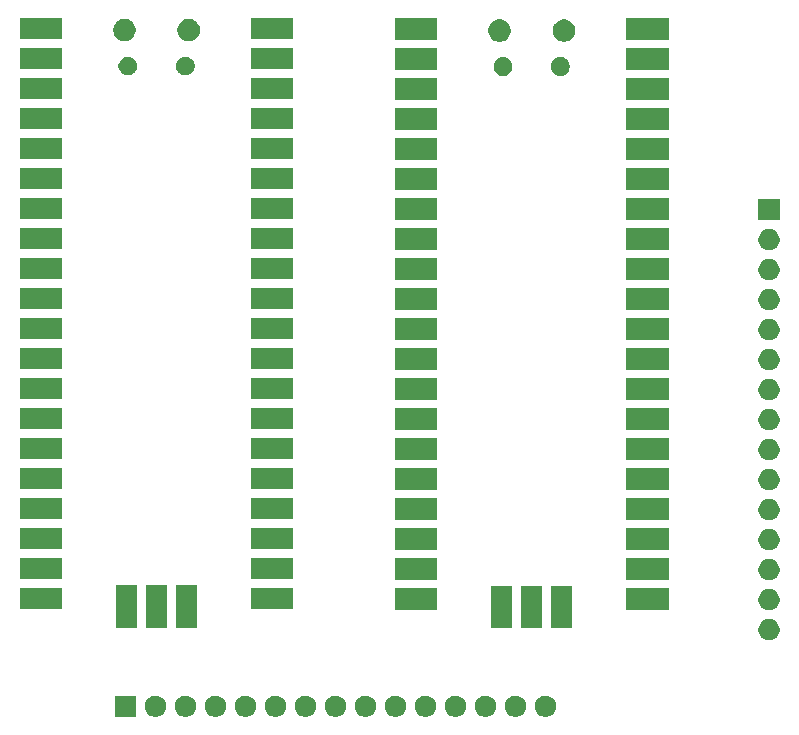
<source format=gbr>
G04 #@! TF.GenerationSoftware,KiCad,Pcbnew,5.1.5+dfsg1-2build2*
G04 #@! TF.CreationDate,2021-06-12T17:40:18+01:00*
G04 #@! TF.ProjectId,picoprobe_pcb,7069636f-7072-46f6-9265-5f7063622e6b,rev?*
G04 #@! TF.SameCoordinates,Original*
G04 #@! TF.FileFunction,Soldermask,Top*
G04 #@! TF.FilePolarity,Negative*
%FSLAX46Y46*%
G04 Gerber Fmt 4.6, Leading zero omitted, Abs format (unit mm)*
G04 Created by KiCad (PCBNEW 5.1.5+dfsg1-2build2) date 2021-06-12 17:40:18*
%MOMM*%
%LPD*%
G04 APERTURE LIST*
%ADD10C,0.100000*%
G04 APERTURE END LIST*
D10*
G36*
X-71299000Y-51301000D02*
G01*
X-73101000Y-51301000D01*
X-73101000Y-49499000D01*
X-71299000Y-49499000D01*
X-71299000Y-51301000D01*
G37*
G36*
X-39066488Y-49503927D02*
G01*
X-38917188Y-49533624D01*
X-38753216Y-49601544D01*
X-38605646Y-49700147D01*
X-38480147Y-49825646D01*
X-38381544Y-49973216D01*
X-38313624Y-50137188D01*
X-38279000Y-50311259D01*
X-38279000Y-50488741D01*
X-38313624Y-50662812D01*
X-38381544Y-50826784D01*
X-38480147Y-50974354D01*
X-38605646Y-51099853D01*
X-38753216Y-51198456D01*
X-38917188Y-51266376D01*
X-39066488Y-51296073D01*
X-39091258Y-51301000D01*
X-39268742Y-51301000D01*
X-39293512Y-51296073D01*
X-39442812Y-51266376D01*
X-39606784Y-51198456D01*
X-39754354Y-51099853D01*
X-39879853Y-50974354D01*
X-39978456Y-50826784D01*
X-40046376Y-50662812D01*
X-40081000Y-50488741D01*
X-40081000Y-50311259D01*
X-40046376Y-50137188D01*
X-39978456Y-49973216D01*
X-39879853Y-49825646D01*
X-39754354Y-49700147D01*
X-39606784Y-49601544D01*
X-39442812Y-49533624D01*
X-39293512Y-49503927D01*
X-39268742Y-49499000D01*
X-39091258Y-49499000D01*
X-39066488Y-49503927D01*
G37*
G36*
X-36526488Y-49503927D02*
G01*
X-36377188Y-49533624D01*
X-36213216Y-49601544D01*
X-36065646Y-49700147D01*
X-35940147Y-49825646D01*
X-35841544Y-49973216D01*
X-35773624Y-50137188D01*
X-35739000Y-50311259D01*
X-35739000Y-50488741D01*
X-35773624Y-50662812D01*
X-35841544Y-50826784D01*
X-35940147Y-50974354D01*
X-36065646Y-51099853D01*
X-36213216Y-51198456D01*
X-36377188Y-51266376D01*
X-36526488Y-51296073D01*
X-36551258Y-51301000D01*
X-36728742Y-51301000D01*
X-36753512Y-51296073D01*
X-36902812Y-51266376D01*
X-37066784Y-51198456D01*
X-37214354Y-51099853D01*
X-37339853Y-50974354D01*
X-37438456Y-50826784D01*
X-37506376Y-50662812D01*
X-37541000Y-50488741D01*
X-37541000Y-50311259D01*
X-37506376Y-50137188D01*
X-37438456Y-49973216D01*
X-37339853Y-49825646D01*
X-37214354Y-49700147D01*
X-37066784Y-49601544D01*
X-36902812Y-49533624D01*
X-36753512Y-49503927D01*
X-36728742Y-49499000D01*
X-36551258Y-49499000D01*
X-36526488Y-49503927D01*
G37*
G36*
X-41606488Y-49503927D02*
G01*
X-41457188Y-49533624D01*
X-41293216Y-49601544D01*
X-41145646Y-49700147D01*
X-41020147Y-49825646D01*
X-40921544Y-49973216D01*
X-40853624Y-50137188D01*
X-40819000Y-50311259D01*
X-40819000Y-50488741D01*
X-40853624Y-50662812D01*
X-40921544Y-50826784D01*
X-41020147Y-50974354D01*
X-41145646Y-51099853D01*
X-41293216Y-51198456D01*
X-41457188Y-51266376D01*
X-41606488Y-51296073D01*
X-41631258Y-51301000D01*
X-41808742Y-51301000D01*
X-41833512Y-51296073D01*
X-41982812Y-51266376D01*
X-42146784Y-51198456D01*
X-42294354Y-51099853D01*
X-42419853Y-50974354D01*
X-42518456Y-50826784D01*
X-42586376Y-50662812D01*
X-42621000Y-50488741D01*
X-42621000Y-50311259D01*
X-42586376Y-50137188D01*
X-42518456Y-49973216D01*
X-42419853Y-49825646D01*
X-42294354Y-49700147D01*
X-42146784Y-49601544D01*
X-41982812Y-49533624D01*
X-41833512Y-49503927D01*
X-41808742Y-49499000D01*
X-41631258Y-49499000D01*
X-41606488Y-49503927D01*
G37*
G36*
X-44146488Y-49503927D02*
G01*
X-43997188Y-49533624D01*
X-43833216Y-49601544D01*
X-43685646Y-49700147D01*
X-43560147Y-49825646D01*
X-43461544Y-49973216D01*
X-43393624Y-50137188D01*
X-43359000Y-50311259D01*
X-43359000Y-50488741D01*
X-43393624Y-50662812D01*
X-43461544Y-50826784D01*
X-43560147Y-50974354D01*
X-43685646Y-51099853D01*
X-43833216Y-51198456D01*
X-43997188Y-51266376D01*
X-44146488Y-51296073D01*
X-44171258Y-51301000D01*
X-44348742Y-51301000D01*
X-44373512Y-51296073D01*
X-44522812Y-51266376D01*
X-44686784Y-51198456D01*
X-44834354Y-51099853D01*
X-44959853Y-50974354D01*
X-45058456Y-50826784D01*
X-45126376Y-50662812D01*
X-45161000Y-50488741D01*
X-45161000Y-50311259D01*
X-45126376Y-50137188D01*
X-45058456Y-49973216D01*
X-44959853Y-49825646D01*
X-44834354Y-49700147D01*
X-44686784Y-49601544D01*
X-44522812Y-49533624D01*
X-44373512Y-49503927D01*
X-44348742Y-49499000D01*
X-44171258Y-49499000D01*
X-44146488Y-49503927D01*
G37*
G36*
X-46686488Y-49503927D02*
G01*
X-46537188Y-49533624D01*
X-46373216Y-49601544D01*
X-46225646Y-49700147D01*
X-46100147Y-49825646D01*
X-46001544Y-49973216D01*
X-45933624Y-50137188D01*
X-45899000Y-50311259D01*
X-45899000Y-50488741D01*
X-45933624Y-50662812D01*
X-46001544Y-50826784D01*
X-46100147Y-50974354D01*
X-46225646Y-51099853D01*
X-46373216Y-51198456D01*
X-46537188Y-51266376D01*
X-46686488Y-51296073D01*
X-46711258Y-51301000D01*
X-46888742Y-51301000D01*
X-46913512Y-51296073D01*
X-47062812Y-51266376D01*
X-47226784Y-51198456D01*
X-47374354Y-51099853D01*
X-47499853Y-50974354D01*
X-47598456Y-50826784D01*
X-47666376Y-50662812D01*
X-47701000Y-50488741D01*
X-47701000Y-50311259D01*
X-47666376Y-50137188D01*
X-47598456Y-49973216D01*
X-47499853Y-49825646D01*
X-47374354Y-49700147D01*
X-47226784Y-49601544D01*
X-47062812Y-49533624D01*
X-46913512Y-49503927D01*
X-46888742Y-49499000D01*
X-46711258Y-49499000D01*
X-46686488Y-49503927D01*
G37*
G36*
X-49226488Y-49503927D02*
G01*
X-49077188Y-49533624D01*
X-48913216Y-49601544D01*
X-48765646Y-49700147D01*
X-48640147Y-49825646D01*
X-48541544Y-49973216D01*
X-48473624Y-50137188D01*
X-48439000Y-50311259D01*
X-48439000Y-50488741D01*
X-48473624Y-50662812D01*
X-48541544Y-50826784D01*
X-48640147Y-50974354D01*
X-48765646Y-51099853D01*
X-48913216Y-51198456D01*
X-49077188Y-51266376D01*
X-49226488Y-51296073D01*
X-49251258Y-51301000D01*
X-49428742Y-51301000D01*
X-49453512Y-51296073D01*
X-49602812Y-51266376D01*
X-49766784Y-51198456D01*
X-49914354Y-51099853D01*
X-50039853Y-50974354D01*
X-50138456Y-50826784D01*
X-50206376Y-50662812D01*
X-50241000Y-50488741D01*
X-50241000Y-50311259D01*
X-50206376Y-50137188D01*
X-50138456Y-49973216D01*
X-50039853Y-49825646D01*
X-49914354Y-49700147D01*
X-49766784Y-49601544D01*
X-49602812Y-49533624D01*
X-49453512Y-49503927D01*
X-49428742Y-49499000D01*
X-49251258Y-49499000D01*
X-49226488Y-49503927D01*
G37*
G36*
X-51766488Y-49503927D02*
G01*
X-51617188Y-49533624D01*
X-51453216Y-49601544D01*
X-51305646Y-49700147D01*
X-51180147Y-49825646D01*
X-51081544Y-49973216D01*
X-51013624Y-50137188D01*
X-50979000Y-50311259D01*
X-50979000Y-50488741D01*
X-51013624Y-50662812D01*
X-51081544Y-50826784D01*
X-51180147Y-50974354D01*
X-51305646Y-51099853D01*
X-51453216Y-51198456D01*
X-51617188Y-51266376D01*
X-51766488Y-51296073D01*
X-51791258Y-51301000D01*
X-51968742Y-51301000D01*
X-51993512Y-51296073D01*
X-52142812Y-51266376D01*
X-52306784Y-51198456D01*
X-52454354Y-51099853D01*
X-52579853Y-50974354D01*
X-52678456Y-50826784D01*
X-52746376Y-50662812D01*
X-52781000Y-50488741D01*
X-52781000Y-50311259D01*
X-52746376Y-50137188D01*
X-52678456Y-49973216D01*
X-52579853Y-49825646D01*
X-52454354Y-49700147D01*
X-52306784Y-49601544D01*
X-52142812Y-49533624D01*
X-51993512Y-49503927D01*
X-51968742Y-49499000D01*
X-51791258Y-49499000D01*
X-51766488Y-49503927D01*
G37*
G36*
X-56846488Y-49503927D02*
G01*
X-56697188Y-49533624D01*
X-56533216Y-49601544D01*
X-56385646Y-49700147D01*
X-56260147Y-49825646D01*
X-56161544Y-49973216D01*
X-56093624Y-50137188D01*
X-56059000Y-50311259D01*
X-56059000Y-50488741D01*
X-56093624Y-50662812D01*
X-56161544Y-50826784D01*
X-56260147Y-50974354D01*
X-56385646Y-51099853D01*
X-56533216Y-51198456D01*
X-56697188Y-51266376D01*
X-56846488Y-51296073D01*
X-56871258Y-51301000D01*
X-57048742Y-51301000D01*
X-57073512Y-51296073D01*
X-57222812Y-51266376D01*
X-57386784Y-51198456D01*
X-57534354Y-51099853D01*
X-57659853Y-50974354D01*
X-57758456Y-50826784D01*
X-57826376Y-50662812D01*
X-57861000Y-50488741D01*
X-57861000Y-50311259D01*
X-57826376Y-50137188D01*
X-57758456Y-49973216D01*
X-57659853Y-49825646D01*
X-57534354Y-49700147D01*
X-57386784Y-49601544D01*
X-57222812Y-49533624D01*
X-57073512Y-49503927D01*
X-57048742Y-49499000D01*
X-56871258Y-49499000D01*
X-56846488Y-49503927D01*
G37*
G36*
X-54306488Y-49503927D02*
G01*
X-54157188Y-49533624D01*
X-53993216Y-49601544D01*
X-53845646Y-49700147D01*
X-53720147Y-49825646D01*
X-53621544Y-49973216D01*
X-53553624Y-50137188D01*
X-53519000Y-50311259D01*
X-53519000Y-50488741D01*
X-53553624Y-50662812D01*
X-53621544Y-50826784D01*
X-53720147Y-50974354D01*
X-53845646Y-51099853D01*
X-53993216Y-51198456D01*
X-54157188Y-51266376D01*
X-54306488Y-51296073D01*
X-54331258Y-51301000D01*
X-54508742Y-51301000D01*
X-54533512Y-51296073D01*
X-54682812Y-51266376D01*
X-54846784Y-51198456D01*
X-54994354Y-51099853D01*
X-55119853Y-50974354D01*
X-55218456Y-50826784D01*
X-55286376Y-50662812D01*
X-55321000Y-50488741D01*
X-55321000Y-50311259D01*
X-55286376Y-50137188D01*
X-55218456Y-49973216D01*
X-55119853Y-49825646D01*
X-54994354Y-49700147D01*
X-54846784Y-49601544D01*
X-54682812Y-49533624D01*
X-54533512Y-49503927D01*
X-54508742Y-49499000D01*
X-54331258Y-49499000D01*
X-54306488Y-49503927D01*
G37*
G36*
X-69546488Y-49503927D02*
G01*
X-69397188Y-49533624D01*
X-69233216Y-49601544D01*
X-69085646Y-49700147D01*
X-68960147Y-49825646D01*
X-68861544Y-49973216D01*
X-68793624Y-50137188D01*
X-68759000Y-50311259D01*
X-68759000Y-50488741D01*
X-68793624Y-50662812D01*
X-68861544Y-50826784D01*
X-68960147Y-50974354D01*
X-69085646Y-51099853D01*
X-69233216Y-51198456D01*
X-69397188Y-51266376D01*
X-69546488Y-51296073D01*
X-69571258Y-51301000D01*
X-69748742Y-51301000D01*
X-69773512Y-51296073D01*
X-69922812Y-51266376D01*
X-70086784Y-51198456D01*
X-70234354Y-51099853D01*
X-70359853Y-50974354D01*
X-70458456Y-50826784D01*
X-70526376Y-50662812D01*
X-70561000Y-50488741D01*
X-70561000Y-50311259D01*
X-70526376Y-50137188D01*
X-70458456Y-49973216D01*
X-70359853Y-49825646D01*
X-70234354Y-49700147D01*
X-70086784Y-49601544D01*
X-69922812Y-49533624D01*
X-69773512Y-49503927D01*
X-69748742Y-49499000D01*
X-69571258Y-49499000D01*
X-69546488Y-49503927D01*
G37*
G36*
X-67006488Y-49503927D02*
G01*
X-66857188Y-49533624D01*
X-66693216Y-49601544D01*
X-66545646Y-49700147D01*
X-66420147Y-49825646D01*
X-66321544Y-49973216D01*
X-66253624Y-50137188D01*
X-66219000Y-50311259D01*
X-66219000Y-50488741D01*
X-66253624Y-50662812D01*
X-66321544Y-50826784D01*
X-66420147Y-50974354D01*
X-66545646Y-51099853D01*
X-66693216Y-51198456D01*
X-66857188Y-51266376D01*
X-67006488Y-51296073D01*
X-67031258Y-51301000D01*
X-67208742Y-51301000D01*
X-67233512Y-51296073D01*
X-67382812Y-51266376D01*
X-67546784Y-51198456D01*
X-67694354Y-51099853D01*
X-67819853Y-50974354D01*
X-67918456Y-50826784D01*
X-67986376Y-50662812D01*
X-68021000Y-50488741D01*
X-68021000Y-50311259D01*
X-67986376Y-50137188D01*
X-67918456Y-49973216D01*
X-67819853Y-49825646D01*
X-67694354Y-49700147D01*
X-67546784Y-49601544D01*
X-67382812Y-49533624D01*
X-67233512Y-49503927D01*
X-67208742Y-49499000D01*
X-67031258Y-49499000D01*
X-67006488Y-49503927D01*
G37*
G36*
X-61926488Y-49503927D02*
G01*
X-61777188Y-49533624D01*
X-61613216Y-49601544D01*
X-61465646Y-49700147D01*
X-61340147Y-49825646D01*
X-61241544Y-49973216D01*
X-61173624Y-50137188D01*
X-61139000Y-50311259D01*
X-61139000Y-50488741D01*
X-61173624Y-50662812D01*
X-61241544Y-50826784D01*
X-61340147Y-50974354D01*
X-61465646Y-51099853D01*
X-61613216Y-51198456D01*
X-61777188Y-51266376D01*
X-61926488Y-51296073D01*
X-61951258Y-51301000D01*
X-62128742Y-51301000D01*
X-62153512Y-51296073D01*
X-62302812Y-51266376D01*
X-62466784Y-51198456D01*
X-62614354Y-51099853D01*
X-62739853Y-50974354D01*
X-62838456Y-50826784D01*
X-62906376Y-50662812D01*
X-62941000Y-50488741D01*
X-62941000Y-50311259D01*
X-62906376Y-50137188D01*
X-62838456Y-49973216D01*
X-62739853Y-49825646D01*
X-62614354Y-49700147D01*
X-62466784Y-49601544D01*
X-62302812Y-49533624D01*
X-62153512Y-49503927D01*
X-62128742Y-49499000D01*
X-61951258Y-49499000D01*
X-61926488Y-49503927D01*
G37*
G36*
X-59386488Y-49503927D02*
G01*
X-59237188Y-49533624D01*
X-59073216Y-49601544D01*
X-58925646Y-49700147D01*
X-58800147Y-49825646D01*
X-58701544Y-49973216D01*
X-58633624Y-50137188D01*
X-58599000Y-50311259D01*
X-58599000Y-50488741D01*
X-58633624Y-50662812D01*
X-58701544Y-50826784D01*
X-58800147Y-50974354D01*
X-58925646Y-51099853D01*
X-59073216Y-51198456D01*
X-59237188Y-51266376D01*
X-59386488Y-51296073D01*
X-59411258Y-51301000D01*
X-59588742Y-51301000D01*
X-59613512Y-51296073D01*
X-59762812Y-51266376D01*
X-59926784Y-51198456D01*
X-60074354Y-51099853D01*
X-60199853Y-50974354D01*
X-60298456Y-50826784D01*
X-60366376Y-50662812D01*
X-60401000Y-50488741D01*
X-60401000Y-50311259D01*
X-60366376Y-50137188D01*
X-60298456Y-49973216D01*
X-60199853Y-49825646D01*
X-60074354Y-49700147D01*
X-59926784Y-49601544D01*
X-59762812Y-49533624D01*
X-59613512Y-49503927D01*
X-59588742Y-49499000D01*
X-59411258Y-49499000D01*
X-59386488Y-49503927D01*
G37*
G36*
X-64466488Y-49503927D02*
G01*
X-64317188Y-49533624D01*
X-64153216Y-49601544D01*
X-64005646Y-49700147D01*
X-63880147Y-49825646D01*
X-63781544Y-49973216D01*
X-63713624Y-50137188D01*
X-63679000Y-50311259D01*
X-63679000Y-50488741D01*
X-63713624Y-50662812D01*
X-63781544Y-50826784D01*
X-63880147Y-50974354D01*
X-64005646Y-51099853D01*
X-64153216Y-51198456D01*
X-64317188Y-51266376D01*
X-64466488Y-51296073D01*
X-64491258Y-51301000D01*
X-64668742Y-51301000D01*
X-64693512Y-51296073D01*
X-64842812Y-51266376D01*
X-65006784Y-51198456D01*
X-65154354Y-51099853D01*
X-65279853Y-50974354D01*
X-65378456Y-50826784D01*
X-65446376Y-50662812D01*
X-65481000Y-50488741D01*
X-65481000Y-50311259D01*
X-65446376Y-50137188D01*
X-65378456Y-49973216D01*
X-65279853Y-49825646D01*
X-65154354Y-49700147D01*
X-65006784Y-49601544D01*
X-64842812Y-49533624D01*
X-64693512Y-49503927D01*
X-64668742Y-49499000D01*
X-64491258Y-49499000D01*
X-64466488Y-49503927D01*
G37*
G36*
X-17586488Y-43023927D02*
G01*
X-17437188Y-43053624D01*
X-17273216Y-43121544D01*
X-17125646Y-43220147D01*
X-17000147Y-43345646D01*
X-16901544Y-43493216D01*
X-16833624Y-43657188D01*
X-16799000Y-43831259D01*
X-16799000Y-44008741D01*
X-16833624Y-44182812D01*
X-16901544Y-44346784D01*
X-17000147Y-44494354D01*
X-17125646Y-44619853D01*
X-17273216Y-44718456D01*
X-17437188Y-44786376D01*
X-17586488Y-44816073D01*
X-17611258Y-44821000D01*
X-17788742Y-44821000D01*
X-17813512Y-44816073D01*
X-17962812Y-44786376D01*
X-18126784Y-44718456D01*
X-18274354Y-44619853D01*
X-18399853Y-44494354D01*
X-18498456Y-44346784D01*
X-18566376Y-44182812D01*
X-18601000Y-44008741D01*
X-18601000Y-43831259D01*
X-18566376Y-43657188D01*
X-18498456Y-43493216D01*
X-18399853Y-43345646D01*
X-18274354Y-43220147D01*
X-18126784Y-43121544D01*
X-17962812Y-43053624D01*
X-17813512Y-43023927D01*
X-17788742Y-43019000D01*
X-17611258Y-43019000D01*
X-17586488Y-43023927D01*
G37*
G36*
X-36899000Y-43801000D02*
G01*
X-38701000Y-43801000D01*
X-38701000Y-40199000D01*
X-36899000Y-40199000D01*
X-36899000Y-43801000D01*
G37*
G36*
X-39439000Y-43801000D02*
G01*
X-41241000Y-43801000D01*
X-41241000Y-40199000D01*
X-39439000Y-40199000D01*
X-39439000Y-43801000D01*
G37*
G36*
X-34359000Y-43801000D02*
G01*
X-36161000Y-43801000D01*
X-36161000Y-40199000D01*
X-34359000Y-40199000D01*
X-34359000Y-43801000D01*
G37*
G36*
X-68659000Y-43761001D02*
G01*
X-70461000Y-43761001D01*
X-70461000Y-40159001D01*
X-68659000Y-40159001D01*
X-68659000Y-43761001D01*
G37*
G36*
X-66119000Y-43761001D02*
G01*
X-67921000Y-43761001D01*
X-67921000Y-40159001D01*
X-66119000Y-40159001D01*
X-66119000Y-43761001D01*
G37*
G36*
X-71199000Y-43761001D02*
G01*
X-73001000Y-43761001D01*
X-73001000Y-40159001D01*
X-71199000Y-40159001D01*
X-71199000Y-43761001D01*
G37*
G36*
X-17586488Y-40483927D02*
G01*
X-17437188Y-40513624D01*
X-17273216Y-40581544D01*
X-17125646Y-40680147D01*
X-17000147Y-40805646D01*
X-16901544Y-40953216D01*
X-16833624Y-41117188D01*
X-16799000Y-41291259D01*
X-16799000Y-41468741D01*
X-16833624Y-41642812D01*
X-16901544Y-41806784D01*
X-17000147Y-41954354D01*
X-17125646Y-42079853D01*
X-17273216Y-42178456D01*
X-17437188Y-42246376D01*
X-17586488Y-42276073D01*
X-17611258Y-42281000D01*
X-17788742Y-42281000D01*
X-17813512Y-42276073D01*
X-17962812Y-42246376D01*
X-18126784Y-42178456D01*
X-18274354Y-42079853D01*
X-18399853Y-41954354D01*
X-18498456Y-41806784D01*
X-18566376Y-41642812D01*
X-18601000Y-41468741D01*
X-18601000Y-41291259D01*
X-18566376Y-41117188D01*
X-18498456Y-40953216D01*
X-18399853Y-40805646D01*
X-18274354Y-40680147D01*
X-18126784Y-40581544D01*
X-17962812Y-40513624D01*
X-17813512Y-40483927D01*
X-17788742Y-40479000D01*
X-17611258Y-40479000D01*
X-17586488Y-40483927D01*
G37*
G36*
X-45789000Y-42231000D02*
G01*
X-49391000Y-42231000D01*
X-49391000Y-40429000D01*
X-45789000Y-40429000D01*
X-45789000Y-42231000D01*
G37*
G36*
X-26209000Y-42231000D02*
G01*
X-29811000Y-42231000D01*
X-29811000Y-40429000D01*
X-26209000Y-40429000D01*
X-26209000Y-42231000D01*
G37*
G36*
X-57969000Y-42191001D02*
G01*
X-61571000Y-42191001D01*
X-61571000Y-40389001D01*
X-57969000Y-40389001D01*
X-57969000Y-42191001D01*
G37*
G36*
X-77549000Y-42191001D02*
G01*
X-81151000Y-42191001D01*
X-81151000Y-40389001D01*
X-77549000Y-40389001D01*
X-77549000Y-42191001D01*
G37*
G36*
X-17586488Y-37943927D02*
G01*
X-17437188Y-37973624D01*
X-17273216Y-38041544D01*
X-17125646Y-38140147D01*
X-17000147Y-38265646D01*
X-16901544Y-38413216D01*
X-16833624Y-38577188D01*
X-16799000Y-38751259D01*
X-16799000Y-38928741D01*
X-16833624Y-39102812D01*
X-16901544Y-39266784D01*
X-17000147Y-39414354D01*
X-17125646Y-39539853D01*
X-17273216Y-39638456D01*
X-17437188Y-39706376D01*
X-17586488Y-39736073D01*
X-17611258Y-39741000D01*
X-17788742Y-39741000D01*
X-17813512Y-39736073D01*
X-17962812Y-39706376D01*
X-18126784Y-39638456D01*
X-18274354Y-39539853D01*
X-18399853Y-39414354D01*
X-18498456Y-39266784D01*
X-18566376Y-39102812D01*
X-18601000Y-38928741D01*
X-18601000Y-38751259D01*
X-18566376Y-38577188D01*
X-18498456Y-38413216D01*
X-18399853Y-38265646D01*
X-18274354Y-38140147D01*
X-18126784Y-38041544D01*
X-17962812Y-37973624D01*
X-17813512Y-37943927D01*
X-17788742Y-37939000D01*
X-17611258Y-37939000D01*
X-17586488Y-37943927D01*
G37*
G36*
X-26209000Y-39691000D02*
G01*
X-29811000Y-39691000D01*
X-29811000Y-37889000D01*
X-26209000Y-37889000D01*
X-26209000Y-39691000D01*
G37*
G36*
X-45789000Y-39691000D02*
G01*
X-49391000Y-39691000D01*
X-49391000Y-37889000D01*
X-45789000Y-37889000D01*
X-45789000Y-39691000D01*
G37*
G36*
X-77549000Y-39651001D02*
G01*
X-81151000Y-39651001D01*
X-81151000Y-37849001D01*
X-77549000Y-37849001D01*
X-77549000Y-39651001D01*
G37*
G36*
X-57969000Y-39651001D02*
G01*
X-61571000Y-39651001D01*
X-61571000Y-37849001D01*
X-57969000Y-37849001D01*
X-57969000Y-39651001D01*
G37*
G36*
X-17586488Y-35403927D02*
G01*
X-17437188Y-35433624D01*
X-17273216Y-35501544D01*
X-17125646Y-35600147D01*
X-17000147Y-35725646D01*
X-16901544Y-35873216D01*
X-16833624Y-36037188D01*
X-16799000Y-36211259D01*
X-16799000Y-36388741D01*
X-16833624Y-36562812D01*
X-16901544Y-36726784D01*
X-17000147Y-36874354D01*
X-17125646Y-36999853D01*
X-17273216Y-37098456D01*
X-17437188Y-37166376D01*
X-17586488Y-37196073D01*
X-17611258Y-37201000D01*
X-17788742Y-37201000D01*
X-17813512Y-37196073D01*
X-17962812Y-37166376D01*
X-18126784Y-37098456D01*
X-18274354Y-36999853D01*
X-18399853Y-36874354D01*
X-18498456Y-36726784D01*
X-18566376Y-36562812D01*
X-18601000Y-36388741D01*
X-18601000Y-36211259D01*
X-18566376Y-36037188D01*
X-18498456Y-35873216D01*
X-18399853Y-35725646D01*
X-18274354Y-35600147D01*
X-18126784Y-35501544D01*
X-17962812Y-35433624D01*
X-17813512Y-35403927D01*
X-17788742Y-35399000D01*
X-17611258Y-35399000D01*
X-17586488Y-35403927D01*
G37*
G36*
X-45789000Y-37151000D02*
G01*
X-49391000Y-37151000D01*
X-49391000Y-35349000D01*
X-45789000Y-35349000D01*
X-45789000Y-37151000D01*
G37*
G36*
X-26209000Y-37151000D02*
G01*
X-29811000Y-37151000D01*
X-29811000Y-35349000D01*
X-26209000Y-35349000D01*
X-26209000Y-37151000D01*
G37*
G36*
X-77549000Y-37111001D02*
G01*
X-81151000Y-37111001D01*
X-81151000Y-35309001D01*
X-77549000Y-35309001D01*
X-77549000Y-37111001D01*
G37*
G36*
X-57969000Y-37111001D02*
G01*
X-61571000Y-37111001D01*
X-61571000Y-35309001D01*
X-57969000Y-35309001D01*
X-57969000Y-37111001D01*
G37*
G36*
X-17586488Y-32863927D02*
G01*
X-17437188Y-32893624D01*
X-17273216Y-32961544D01*
X-17125646Y-33060147D01*
X-17000147Y-33185646D01*
X-16901544Y-33333216D01*
X-16833624Y-33497188D01*
X-16799000Y-33671259D01*
X-16799000Y-33848741D01*
X-16833624Y-34022812D01*
X-16901544Y-34186784D01*
X-17000147Y-34334354D01*
X-17125646Y-34459853D01*
X-17273216Y-34558456D01*
X-17437188Y-34626376D01*
X-17586488Y-34656073D01*
X-17611258Y-34661000D01*
X-17788742Y-34661000D01*
X-17813512Y-34656073D01*
X-17962812Y-34626376D01*
X-18126784Y-34558456D01*
X-18274354Y-34459853D01*
X-18399853Y-34334354D01*
X-18498456Y-34186784D01*
X-18566376Y-34022812D01*
X-18601000Y-33848741D01*
X-18601000Y-33671259D01*
X-18566376Y-33497188D01*
X-18498456Y-33333216D01*
X-18399853Y-33185646D01*
X-18274354Y-33060147D01*
X-18126784Y-32961544D01*
X-17962812Y-32893624D01*
X-17813512Y-32863927D01*
X-17788742Y-32859000D01*
X-17611258Y-32859000D01*
X-17586488Y-32863927D01*
G37*
G36*
X-26209000Y-34611000D02*
G01*
X-29811000Y-34611000D01*
X-29811000Y-32809000D01*
X-26209000Y-32809000D01*
X-26209000Y-34611000D01*
G37*
G36*
X-45789000Y-34611000D02*
G01*
X-49391000Y-34611000D01*
X-49391000Y-32809000D01*
X-45789000Y-32809000D01*
X-45789000Y-34611000D01*
G37*
G36*
X-77549000Y-34571001D02*
G01*
X-81151000Y-34571001D01*
X-81151000Y-32769001D01*
X-77549000Y-32769001D01*
X-77549000Y-34571001D01*
G37*
G36*
X-57969000Y-34571001D02*
G01*
X-61571000Y-34571001D01*
X-61571000Y-32769001D01*
X-57969000Y-32769001D01*
X-57969000Y-34571001D01*
G37*
G36*
X-17586488Y-30323927D02*
G01*
X-17437188Y-30353624D01*
X-17273216Y-30421544D01*
X-17125646Y-30520147D01*
X-17000147Y-30645646D01*
X-16901544Y-30793216D01*
X-16833624Y-30957188D01*
X-16799000Y-31131259D01*
X-16799000Y-31308741D01*
X-16833624Y-31482812D01*
X-16901544Y-31646784D01*
X-17000147Y-31794354D01*
X-17125646Y-31919853D01*
X-17273216Y-32018456D01*
X-17437188Y-32086376D01*
X-17586488Y-32116073D01*
X-17611258Y-32121000D01*
X-17788742Y-32121000D01*
X-17813512Y-32116073D01*
X-17962812Y-32086376D01*
X-18126784Y-32018456D01*
X-18274354Y-31919853D01*
X-18399853Y-31794354D01*
X-18498456Y-31646784D01*
X-18566376Y-31482812D01*
X-18601000Y-31308741D01*
X-18601000Y-31131259D01*
X-18566376Y-30957188D01*
X-18498456Y-30793216D01*
X-18399853Y-30645646D01*
X-18274354Y-30520147D01*
X-18126784Y-30421544D01*
X-17962812Y-30353624D01*
X-17813512Y-30323927D01*
X-17788742Y-30319000D01*
X-17611258Y-30319000D01*
X-17586488Y-30323927D01*
G37*
G36*
X-45789000Y-32071000D02*
G01*
X-49391000Y-32071000D01*
X-49391000Y-30269000D01*
X-45789000Y-30269000D01*
X-45789000Y-32071000D01*
G37*
G36*
X-26209000Y-32071000D02*
G01*
X-29811000Y-32071000D01*
X-29811000Y-30269000D01*
X-26209000Y-30269000D01*
X-26209000Y-32071000D01*
G37*
G36*
X-57969000Y-32031001D02*
G01*
X-61571000Y-32031001D01*
X-61571000Y-30229001D01*
X-57969000Y-30229001D01*
X-57969000Y-32031001D01*
G37*
G36*
X-77549000Y-32031001D02*
G01*
X-81151000Y-32031001D01*
X-81151000Y-30229001D01*
X-77549000Y-30229001D01*
X-77549000Y-32031001D01*
G37*
G36*
X-17586488Y-27783927D02*
G01*
X-17437188Y-27813624D01*
X-17273216Y-27881544D01*
X-17125646Y-27980147D01*
X-17000147Y-28105646D01*
X-16901544Y-28253216D01*
X-16833624Y-28417188D01*
X-16799000Y-28591259D01*
X-16799000Y-28768741D01*
X-16833624Y-28942812D01*
X-16901544Y-29106784D01*
X-17000147Y-29254354D01*
X-17125646Y-29379853D01*
X-17273216Y-29478456D01*
X-17437188Y-29546376D01*
X-17586488Y-29576073D01*
X-17611258Y-29581000D01*
X-17788742Y-29581000D01*
X-17813512Y-29576073D01*
X-17962812Y-29546376D01*
X-18126784Y-29478456D01*
X-18274354Y-29379853D01*
X-18399853Y-29254354D01*
X-18498456Y-29106784D01*
X-18566376Y-28942812D01*
X-18601000Y-28768741D01*
X-18601000Y-28591259D01*
X-18566376Y-28417188D01*
X-18498456Y-28253216D01*
X-18399853Y-28105646D01*
X-18274354Y-27980147D01*
X-18126784Y-27881544D01*
X-17962812Y-27813624D01*
X-17813512Y-27783927D01*
X-17788742Y-27779000D01*
X-17611258Y-27779000D01*
X-17586488Y-27783927D01*
G37*
G36*
X-45789000Y-29531000D02*
G01*
X-49391000Y-29531000D01*
X-49391000Y-27729000D01*
X-45789000Y-27729000D01*
X-45789000Y-29531000D01*
G37*
G36*
X-26209000Y-29531000D02*
G01*
X-29811000Y-29531000D01*
X-29811000Y-27729000D01*
X-26209000Y-27729000D01*
X-26209000Y-29531000D01*
G37*
G36*
X-77549000Y-29491001D02*
G01*
X-81151000Y-29491001D01*
X-81151000Y-27689001D01*
X-77549000Y-27689001D01*
X-77549000Y-29491001D01*
G37*
G36*
X-57969000Y-29491001D02*
G01*
X-61571000Y-29491001D01*
X-61571000Y-27689001D01*
X-57969000Y-27689001D01*
X-57969000Y-29491001D01*
G37*
G36*
X-17586488Y-25243927D02*
G01*
X-17437188Y-25273624D01*
X-17273216Y-25341544D01*
X-17125646Y-25440147D01*
X-17000147Y-25565646D01*
X-16901544Y-25713216D01*
X-16833624Y-25877188D01*
X-16799000Y-26051259D01*
X-16799000Y-26228741D01*
X-16833624Y-26402812D01*
X-16901544Y-26566784D01*
X-17000147Y-26714354D01*
X-17125646Y-26839853D01*
X-17273216Y-26938456D01*
X-17437188Y-27006376D01*
X-17586488Y-27036073D01*
X-17611258Y-27041000D01*
X-17788742Y-27041000D01*
X-17813512Y-27036073D01*
X-17962812Y-27006376D01*
X-18126784Y-26938456D01*
X-18274354Y-26839853D01*
X-18399853Y-26714354D01*
X-18498456Y-26566784D01*
X-18566376Y-26402812D01*
X-18601000Y-26228741D01*
X-18601000Y-26051259D01*
X-18566376Y-25877188D01*
X-18498456Y-25713216D01*
X-18399853Y-25565646D01*
X-18274354Y-25440147D01*
X-18126784Y-25341544D01*
X-17962812Y-25273624D01*
X-17813512Y-25243927D01*
X-17788742Y-25239000D01*
X-17611258Y-25239000D01*
X-17586488Y-25243927D01*
G37*
G36*
X-45789000Y-26991000D02*
G01*
X-49391000Y-26991000D01*
X-49391000Y-25189000D01*
X-45789000Y-25189000D01*
X-45789000Y-26991000D01*
G37*
G36*
X-26209000Y-26991000D02*
G01*
X-29811000Y-26991000D01*
X-29811000Y-25189000D01*
X-26209000Y-25189000D01*
X-26209000Y-26991000D01*
G37*
G36*
X-77549000Y-26951001D02*
G01*
X-81151000Y-26951001D01*
X-81151000Y-25149001D01*
X-77549000Y-25149001D01*
X-77549000Y-26951001D01*
G37*
G36*
X-57969000Y-26951001D02*
G01*
X-61571000Y-26951001D01*
X-61571000Y-25149001D01*
X-57969000Y-25149001D01*
X-57969000Y-26951001D01*
G37*
G36*
X-17586488Y-22703927D02*
G01*
X-17437188Y-22733624D01*
X-17273216Y-22801544D01*
X-17125646Y-22900147D01*
X-17000147Y-23025646D01*
X-16901544Y-23173216D01*
X-16833624Y-23337188D01*
X-16799000Y-23511259D01*
X-16799000Y-23688741D01*
X-16833624Y-23862812D01*
X-16901544Y-24026784D01*
X-17000147Y-24174354D01*
X-17125646Y-24299853D01*
X-17273216Y-24398456D01*
X-17437188Y-24466376D01*
X-17586488Y-24496073D01*
X-17611258Y-24501000D01*
X-17788742Y-24501000D01*
X-17813512Y-24496073D01*
X-17962812Y-24466376D01*
X-18126784Y-24398456D01*
X-18274354Y-24299853D01*
X-18399853Y-24174354D01*
X-18498456Y-24026784D01*
X-18566376Y-23862812D01*
X-18601000Y-23688741D01*
X-18601000Y-23511259D01*
X-18566376Y-23337188D01*
X-18498456Y-23173216D01*
X-18399853Y-23025646D01*
X-18274354Y-22900147D01*
X-18126784Y-22801544D01*
X-17962812Y-22733624D01*
X-17813512Y-22703927D01*
X-17788742Y-22699000D01*
X-17611258Y-22699000D01*
X-17586488Y-22703927D01*
G37*
G36*
X-26209000Y-24451000D02*
G01*
X-29811000Y-24451000D01*
X-29811000Y-22649000D01*
X-26209000Y-22649000D01*
X-26209000Y-24451000D01*
G37*
G36*
X-45789000Y-24451000D02*
G01*
X-49391000Y-24451000D01*
X-49391000Y-22649000D01*
X-45789000Y-22649000D01*
X-45789000Y-24451000D01*
G37*
G36*
X-57969000Y-24411001D02*
G01*
X-61571000Y-24411001D01*
X-61571000Y-22609001D01*
X-57969000Y-22609001D01*
X-57969000Y-24411001D01*
G37*
G36*
X-77549000Y-24411001D02*
G01*
X-81151000Y-24411001D01*
X-81151000Y-22609001D01*
X-77549000Y-22609001D01*
X-77549000Y-24411001D01*
G37*
G36*
X-17586488Y-20163927D02*
G01*
X-17437188Y-20193624D01*
X-17273216Y-20261544D01*
X-17125646Y-20360147D01*
X-17000147Y-20485646D01*
X-16901544Y-20633216D01*
X-16833624Y-20797188D01*
X-16799000Y-20971259D01*
X-16799000Y-21148741D01*
X-16833624Y-21322812D01*
X-16901544Y-21486784D01*
X-17000147Y-21634354D01*
X-17125646Y-21759853D01*
X-17273216Y-21858456D01*
X-17437188Y-21926376D01*
X-17586488Y-21956073D01*
X-17611258Y-21961000D01*
X-17788742Y-21961000D01*
X-17813512Y-21956073D01*
X-17962812Y-21926376D01*
X-18126784Y-21858456D01*
X-18274354Y-21759853D01*
X-18399853Y-21634354D01*
X-18498456Y-21486784D01*
X-18566376Y-21322812D01*
X-18601000Y-21148741D01*
X-18601000Y-20971259D01*
X-18566376Y-20797188D01*
X-18498456Y-20633216D01*
X-18399853Y-20485646D01*
X-18274354Y-20360147D01*
X-18126784Y-20261544D01*
X-17962812Y-20193624D01*
X-17813512Y-20163927D01*
X-17788742Y-20159000D01*
X-17611258Y-20159000D01*
X-17586488Y-20163927D01*
G37*
G36*
X-26209000Y-21911000D02*
G01*
X-29811000Y-21911000D01*
X-29811000Y-20109000D01*
X-26209000Y-20109000D01*
X-26209000Y-21911000D01*
G37*
G36*
X-45789000Y-21911000D02*
G01*
X-49391000Y-21911000D01*
X-49391000Y-20109000D01*
X-45789000Y-20109000D01*
X-45789000Y-21911000D01*
G37*
G36*
X-57969000Y-21871001D02*
G01*
X-61571000Y-21871001D01*
X-61571000Y-20069001D01*
X-57969000Y-20069001D01*
X-57969000Y-21871001D01*
G37*
G36*
X-77549000Y-21871001D02*
G01*
X-81151000Y-21871001D01*
X-81151000Y-20069001D01*
X-77549000Y-20069001D01*
X-77549000Y-21871001D01*
G37*
G36*
X-17586488Y-17623927D02*
G01*
X-17437188Y-17653624D01*
X-17273216Y-17721544D01*
X-17125646Y-17820147D01*
X-17000147Y-17945646D01*
X-16901544Y-18093216D01*
X-16833624Y-18257188D01*
X-16799000Y-18431259D01*
X-16799000Y-18608741D01*
X-16833624Y-18782812D01*
X-16901544Y-18946784D01*
X-17000147Y-19094354D01*
X-17125646Y-19219853D01*
X-17273216Y-19318456D01*
X-17437188Y-19386376D01*
X-17586488Y-19416073D01*
X-17611258Y-19421000D01*
X-17788742Y-19421000D01*
X-17813512Y-19416073D01*
X-17962812Y-19386376D01*
X-18126784Y-19318456D01*
X-18274354Y-19219853D01*
X-18399853Y-19094354D01*
X-18498456Y-18946784D01*
X-18566376Y-18782812D01*
X-18601000Y-18608741D01*
X-18601000Y-18431259D01*
X-18566376Y-18257188D01*
X-18498456Y-18093216D01*
X-18399853Y-17945646D01*
X-18274354Y-17820147D01*
X-18126784Y-17721544D01*
X-17962812Y-17653624D01*
X-17813512Y-17623927D01*
X-17788742Y-17619000D01*
X-17611258Y-17619000D01*
X-17586488Y-17623927D01*
G37*
G36*
X-26209000Y-19371000D02*
G01*
X-29811000Y-19371000D01*
X-29811000Y-17569000D01*
X-26209000Y-17569000D01*
X-26209000Y-19371000D01*
G37*
G36*
X-45789000Y-19371000D02*
G01*
X-49391000Y-19371000D01*
X-49391000Y-17569000D01*
X-45789000Y-17569000D01*
X-45789000Y-19371000D01*
G37*
G36*
X-57969000Y-19331001D02*
G01*
X-61571000Y-19331001D01*
X-61571000Y-17529001D01*
X-57969000Y-17529001D01*
X-57969000Y-19331001D01*
G37*
G36*
X-77549000Y-19331001D02*
G01*
X-81151000Y-19331001D01*
X-81151000Y-17529001D01*
X-77549000Y-17529001D01*
X-77549000Y-19331001D01*
G37*
G36*
X-17586488Y-15083927D02*
G01*
X-17437188Y-15113624D01*
X-17273216Y-15181544D01*
X-17125646Y-15280147D01*
X-17000147Y-15405646D01*
X-16901544Y-15553216D01*
X-16833624Y-15717188D01*
X-16799000Y-15891259D01*
X-16799000Y-16068741D01*
X-16833624Y-16242812D01*
X-16901544Y-16406784D01*
X-17000147Y-16554354D01*
X-17125646Y-16679853D01*
X-17273216Y-16778456D01*
X-17437188Y-16846376D01*
X-17586488Y-16876073D01*
X-17611258Y-16881000D01*
X-17788742Y-16881000D01*
X-17813512Y-16876073D01*
X-17962812Y-16846376D01*
X-18126784Y-16778456D01*
X-18274354Y-16679853D01*
X-18399853Y-16554354D01*
X-18498456Y-16406784D01*
X-18566376Y-16242812D01*
X-18601000Y-16068741D01*
X-18601000Y-15891259D01*
X-18566376Y-15717188D01*
X-18498456Y-15553216D01*
X-18399853Y-15405646D01*
X-18274354Y-15280147D01*
X-18126784Y-15181544D01*
X-17962812Y-15113624D01*
X-17813512Y-15083927D01*
X-17788742Y-15079000D01*
X-17611258Y-15079000D01*
X-17586488Y-15083927D01*
G37*
G36*
X-45789000Y-16831000D02*
G01*
X-49391000Y-16831000D01*
X-49391000Y-15029000D01*
X-45789000Y-15029000D01*
X-45789000Y-16831000D01*
G37*
G36*
X-26209000Y-16831000D02*
G01*
X-29811000Y-16831000D01*
X-29811000Y-15029000D01*
X-26209000Y-15029000D01*
X-26209000Y-16831000D01*
G37*
G36*
X-57969000Y-16791001D02*
G01*
X-61571000Y-16791001D01*
X-61571000Y-14989001D01*
X-57969000Y-14989001D01*
X-57969000Y-16791001D01*
G37*
G36*
X-77549000Y-16791001D02*
G01*
X-81151000Y-16791001D01*
X-81151000Y-14989001D01*
X-77549000Y-14989001D01*
X-77549000Y-16791001D01*
G37*
G36*
X-17586488Y-12543927D02*
G01*
X-17437188Y-12573624D01*
X-17273216Y-12641544D01*
X-17125646Y-12740147D01*
X-17000147Y-12865646D01*
X-16901544Y-13013216D01*
X-16833624Y-13177188D01*
X-16799000Y-13351259D01*
X-16799000Y-13528741D01*
X-16833624Y-13702812D01*
X-16901544Y-13866784D01*
X-17000147Y-14014354D01*
X-17125646Y-14139853D01*
X-17273216Y-14238456D01*
X-17437188Y-14306376D01*
X-17586488Y-14336073D01*
X-17611258Y-14341000D01*
X-17788742Y-14341000D01*
X-17813512Y-14336073D01*
X-17962812Y-14306376D01*
X-18126784Y-14238456D01*
X-18274354Y-14139853D01*
X-18399853Y-14014354D01*
X-18498456Y-13866784D01*
X-18566376Y-13702812D01*
X-18601000Y-13528741D01*
X-18601000Y-13351259D01*
X-18566376Y-13177188D01*
X-18498456Y-13013216D01*
X-18399853Y-12865646D01*
X-18274354Y-12740147D01*
X-18126784Y-12641544D01*
X-17962812Y-12573624D01*
X-17813512Y-12543927D01*
X-17788742Y-12539000D01*
X-17611258Y-12539000D01*
X-17586488Y-12543927D01*
G37*
G36*
X-26209000Y-14291000D02*
G01*
X-29811000Y-14291000D01*
X-29811000Y-12489000D01*
X-26209000Y-12489000D01*
X-26209000Y-14291000D01*
G37*
G36*
X-45789000Y-14291000D02*
G01*
X-49391000Y-14291000D01*
X-49391000Y-12489000D01*
X-45789000Y-12489000D01*
X-45789000Y-14291000D01*
G37*
G36*
X-77549000Y-14251001D02*
G01*
X-81151000Y-14251001D01*
X-81151000Y-12449001D01*
X-77549000Y-12449001D01*
X-77549000Y-14251001D01*
G37*
G36*
X-57969000Y-14251001D02*
G01*
X-61571000Y-14251001D01*
X-61571000Y-12449001D01*
X-57969000Y-12449001D01*
X-57969000Y-14251001D01*
G37*
G36*
X-17586488Y-10003927D02*
G01*
X-17437188Y-10033624D01*
X-17273216Y-10101544D01*
X-17125646Y-10200147D01*
X-17000147Y-10325646D01*
X-16901544Y-10473216D01*
X-16833624Y-10637188D01*
X-16799000Y-10811259D01*
X-16799000Y-10988741D01*
X-16833624Y-11162812D01*
X-16901544Y-11326784D01*
X-17000147Y-11474354D01*
X-17125646Y-11599853D01*
X-17273216Y-11698456D01*
X-17437188Y-11766376D01*
X-17586488Y-11796073D01*
X-17611258Y-11801000D01*
X-17788742Y-11801000D01*
X-17813512Y-11796073D01*
X-17962812Y-11766376D01*
X-18126784Y-11698456D01*
X-18274354Y-11599853D01*
X-18399853Y-11474354D01*
X-18498456Y-11326784D01*
X-18566376Y-11162812D01*
X-18601000Y-10988741D01*
X-18601000Y-10811259D01*
X-18566376Y-10637188D01*
X-18498456Y-10473216D01*
X-18399853Y-10325646D01*
X-18274354Y-10200147D01*
X-18126784Y-10101544D01*
X-17962812Y-10033624D01*
X-17813512Y-10003927D01*
X-17788742Y-9999000D01*
X-17611258Y-9999000D01*
X-17586488Y-10003927D01*
G37*
G36*
X-26209000Y-11751000D02*
G01*
X-29811000Y-11751000D01*
X-29811000Y-9949000D01*
X-26209000Y-9949000D01*
X-26209000Y-11751000D01*
G37*
G36*
X-45789000Y-11751000D02*
G01*
X-49391000Y-11751000D01*
X-49391000Y-9949000D01*
X-45789000Y-9949000D01*
X-45789000Y-11751000D01*
G37*
G36*
X-57969000Y-11711001D02*
G01*
X-61571000Y-11711001D01*
X-61571000Y-9909001D01*
X-57969000Y-9909001D01*
X-57969000Y-11711001D01*
G37*
G36*
X-77549000Y-11711001D02*
G01*
X-81151000Y-11711001D01*
X-81151000Y-9909001D01*
X-77549000Y-9909001D01*
X-77549000Y-11711001D01*
G37*
G36*
X-16799000Y-9261000D02*
G01*
X-18601000Y-9261000D01*
X-18601000Y-7459000D01*
X-16799000Y-7459000D01*
X-16799000Y-9261000D01*
G37*
G36*
X-26209000Y-9211000D02*
G01*
X-29811000Y-9211000D01*
X-29811000Y-7409000D01*
X-26209000Y-7409000D01*
X-26209000Y-9211000D01*
G37*
G36*
X-45789000Y-9211000D02*
G01*
X-49391000Y-9211000D01*
X-49391000Y-7409000D01*
X-45789000Y-7409000D01*
X-45789000Y-9211000D01*
G37*
G36*
X-77549000Y-9171001D02*
G01*
X-81151000Y-9171001D01*
X-81151000Y-7369001D01*
X-77549000Y-7369001D01*
X-77549000Y-9171001D01*
G37*
G36*
X-57969000Y-9171001D02*
G01*
X-61571000Y-9171001D01*
X-61571000Y-7369001D01*
X-57969000Y-7369001D01*
X-57969000Y-9171001D01*
G37*
G36*
X-45789000Y-6671000D02*
G01*
X-49391000Y-6671000D01*
X-49391000Y-4869000D01*
X-45789000Y-4869000D01*
X-45789000Y-6671000D01*
G37*
G36*
X-26209000Y-6671000D02*
G01*
X-29811000Y-6671000D01*
X-29811000Y-4869000D01*
X-26209000Y-4869000D01*
X-26209000Y-6671000D01*
G37*
G36*
X-57969000Y-6631001D02*
G01*
X-61571000Y-6631001D01*
X-61571000Y-4829001D01*
X-57969000Y-4829001D01*
X-57969000Y-6631001D01*
G37*
G36*
X-77549000Y-6631001D02*
G01*
X-81151000Y-6631001D01*
X-81151000Y-4829001D01*
X-77549000Y-4829001D01*
X-77549000Y-6631001D01*
G37*
G36*
X-45789000Y-4131000D02*
G01*
X-49391000Y-4131000D01*
X-49391000Y-2329000D01*
X-45789000Y-2329000D01*
X-45789000Y-4131000D01*
G37*
G36*
X-26209000Y-4131000D02*
G01*
X-29811000Y-4131000D01*
X-29811000Y-2329000D01*
X-26209000Y-2329000D01*
X-26209000Y-4131000D01*
G37*
G36*
X-77549000Y-4091001D02*
G01*
X-81151000Y-4091001D01*
X-81151000Y-2289001D01*
X-77549000Y-2289001D01*
X-77549000Y-4091001D01*
G37*
G36*
X-57969000Y-4091001D02*
G01*
X-61571000Y-4091001D01*
X-61571000Y-2289001D01*
X-57969000Y-2289001D01*
X-57969000Y-4091001D01*
G37*
G36*
X-26209000Y-1591000D02*
G01*
X-29811000Y-1591000D01*
X-29811000Y211000D01*
X-26209000Y211000D01*
X-26209000Y-1591000D01*
G37*
G36*
X-45789000Y-1591000D02*
G01*
X-49391000Y-1591000D01*
X-49391000Y211000D01*
X-45789000Y211000D01*
X-45789000Y-1591000D01*
G37*
G36*
X-77549000Y-1551001D02*
G01*
X-81151000Y-1551001D01*
X-81151000Y250999D01*
X-77549000Y250999D01*
X-77549000Y-1551001D01*
G37*
G36*
X-57969000Y-1551001D02*
G01*
X-61571000Y-1551001D01*
X-61571000Y250999D01*
X-57969000Y250999D01*
X-57969000Y-1551001D01*
G37*
G36*
X-26209000Y949000D02*
G01*
X-29811000Y949000D01*
X-29811000Y2751000D01*
X-26209000Y2751000D01*
X-26209000Y949000D01*
G37*
G36*
X-45789000Y949000D02*
G01*
X-49391000Y949000D01*
X-49391000Y2751000D01*
X-45789000Y2751000D01*
X-45789000Y949000D01*
G37*
G36*
X-77549000Y988999D02*
G01*
X-81151000Y988999D01*
X-81151000Y2790999D01*
X-77549000Y2790999D01*
X-77549000Y988999D01*
G37*
G36*
X-57969000Y988999D02*
G01*
X-61571000Y988999D01*
X-61571000Y2790999D01*
X-57969000Y2790999D01*
X-57969000Y988999D01*
G37*
G36*
X-35141358Y4540219D02*
G01*
X-34995586Y4479838D01*
X-34995584Y4479837D01*
X-34864392Y4392178D01*
X-34752822Y4280608D01*
X-34691888Y4189413D01*
X-34665162Y4149414D01*
X-34604781Y4003642D01*
X-34574000Y3848893D01*
X-34574000Y3691107D01*
X-34604781Y3536358D01*
X-34648594Y3430585D01*
X-34665163Y3390584D01*
X-34752822Y3259392D01*
X-34864392Y3147822D01*
X-34995584Y3060163D01*
X-34995585Y3060162D01*
X-34995586Y3060162D01*
X-35141358Y2999781D01*
X-35296107Y2969000D01*
X-35453893Y2969000D01*
X-35608642Y2999781D01*
X-35754414Y3060162D01*
X-35754415Y3060162D01*
X-35754416Y3060163D01*
X-35885608Y3147822D01*
X-35997178Y3259392D01*
X-36084837Y3390584D01*
X-36101406Y3430585D01*
X-36145219Y3536358D01*
X-36176000Y3691107D01*
X-36176000Y3848893D01*
X-36145219Y4003642D01*
X-36084838Y4149414D01*
X-36058112Y4189413D01*
X-35997178Y4280608D01*
X-35885608Y4392178D01*
X-35754416Y4479837D01*
X-35754414Y4479838D01*
X-35608642Y4540219D01*
X-35453893Y4571000D01*
X-35296107Y4571000D01*
X-35141358Y4540219D01*
G37*
G36*
X-39991358Y4540219D02*
G01*
X-39845586Y4479838D01*
X-39845584Y4479837D01*
X-39714392Y4392178D01*
X-39602822Y4280608D01*
X-39541888Y4189413D01*
X-39515162Y4149414D01*
X-39454781Y4003642D01*
X-39424000Y3848893D01*
X-39424000Y3691107D01*
X-39454781Y3536358D01*
X-39498594Y3430585D01*
X-39515163Y3390584D01*
X-39602822Y3259392D01*
X-39714392Y3147822D01*
X-39845584Y3060163D01*
X-39845585Y3060162D01*
X-39845586Y3060162D01*
X-39991358Y2999781D01*
X-40146107Y2969000D01*
X-40303893Y2969000D01*
X-40458642Y2999781D01*
X-40604414Y3060162D01*
X-40604415Y3060162D01*
X-40604416Y3060163D01*
X-40735608Y3147822D01*
X-40847178Y3259392D01*
X-40934837Y3390584D01*
X-40951406Y3430585D01*
X-40995219Y3536358D01*
X-41026000Y3691107D01*
X-41026000Y3848893D01*
X-40995219Y4003642D01*
X-40934838Y4149414D01*
X-40908112Y4189413D01*
X-40847178Y4280608D01*
X-40735608Y4392178D01*
X-40604416Y4479837D01*
X-40604414Y4479838D01*
X-40458642Y4540219D01*
X-40303893Y4571000D01*
X-40146107Y4571000D01*
X-39991358Y4540219D01*
G37*
G36*
X-66901358Y4580218D02*
G01*
X-66755586Y4519837D01*
X-66755584Y4519836D01*
X-66624392Y4432177D01*
X-66512822Y4320607D01*
X-66425163Y4189415D01*
X-66425162Y4189413D01*
X-66364781Y4043641D01*
X-66334000Y3888892D01*
X-66334000Y3731106D01*
X-66364781Y3576357D01*
X-66386624Y3523624D01*
X-66425163Y3430583D01*
X-66512822Y3299391D01*
X-66624392Y3187821D01*
X-66755584Y3100162D01*
X-66755585Y3100161D01*
X-66755586Y3100161D01*
X-66901358Y3039780D01*
X-67056107Y3008999D01*
X-67213893Y3008999D01*
X-67368642Y3039780D01*
X-67514414Y3100161D01*
X-67514415Y3100161D01*
X-67514416Y3100162D01*
X-67645608Y3187821D01*
X-67757178Y3299391D01*
X-67844837Y3430583D01*
X-67883376Y3523624D01*
X-67905219Y3576357D01*
X-67936000Y3731106D01*
X-67936000Y3888892D01*
X-67905219Y4043641D01*
X-67844838Y4189413D01*
X-67844837Y4189415D01*
X-67757178Y4320607D01*
X-67645608Y4432177D01*
X-67514416Y4519836D01*
X-67514414Y4519837D01*
X-67368642Y4580218D01*
X-67213893Y4610999D01*
X-67056107Y4610999D01*
X-66901358Y4580218D01*
G37*
G36*
X-71751358Y4580218D02*
G01*
X-71605586Y4519837D01*
X-71605584Y4519836D01*
X-71474392Y4432177D01*
X-71362822Y4320607D01*
X-71275163Y4189415D01*
X-71275162Y4189413D01*
X-71214781Y4043641D01*
X-71184000Y3888892D01*
X-71184000Y3731106D01*
X-71214781Y3576357D01*
X-71236624Y3523624D01*
X-71275163Y3430583D01*
X-71362822Y3299391D01*
X-71474392Y3187821D01*
X-71605584Y3100162D01*
X-71605585Y3100161D01*
X-71605586Y3100161D01*
X-71751358Y3039780D01*
X-71906107Y3008999D01*
X-72063893Y3008999D01*
X-72218642Y3039780D01*
X-72364414Y3100161D01*
X-72364415Y3100161D01*
X-72364416Y3100162D01*
X-72495608Y3187821D01*
X-72607178Y3299391D01*
X-72694837Y3430583D01*
X-72733376Y3523624D01*
X-72755219Y3576357D01*
X-72786000Y3731106D01*
X-72786000Y3888892D01*
X-72755219Y4043641D01*
X-72694838Y4189413D01*
X-72694837Y4189415D01*
X-72607178Y4320607D01*
X-72495608Y4432177D01*
X-72364416Y4519836D01*
X-72364414Y4519837D01*
X-72218642Y4580218D01*
X-72063893Y4610999D01*
X-71906107Y4610999D01*
X-71751358Y4580218D01*
G37*
G36*
X-26209000Y3489000D02*
G01*
X-29811000Y3489000D01*
X-29811000Y5291000D01*
X-26209000Y5291000D01*
X-26209000Y3489000D01*
G37*
G36*
X-45789000Y3489000D02*
G01*
X-49391000Y3489000D01*
X-49391000Y5291000D01*
X-45789000Y5291000D01*
X-45789000Y3489000D01*
G37*
G36*
X-77549000Y3528999D02*
G01*
X-81151000Y3528999D01*
X-81151000Y5330999D01*
X-77549000Y5330999D01*
X-77549000Y3528999D01*
G37*
G36*
X-57969000Y3528999D02*
G01*
X-61571000Y3528999D01*
X-61571000Y5330999D01*
X-57969000Y5330999D01*
X-57969000Y3528999D01*
G37*
G36*
X-34797605Y7714454D02*
G01*
X-34624534Y7642766D01*
X-34547182Y7591081D01*
X-34468773Y7538690D01*
X-34336310Y7406227D01*
X-34283919Y7327818D01*
X-34232234Y7250466D01*
X-34160546Y7077395D01*
X-34124000Y6893667D01*
X-34124000Y6706333D01*
X-34160546Y6522605D01*
X-34232234Y6349534D01*
X-34232235Y6349533D01*
X-34336310Y6193773D01*
X-34468773Y6061310D01*
X-34517129Y6029000D01*
X-34624534Y5957234D01*
X-34797605Y5885546D01*
X-34981333Y5849000D01*
X-35168667Y5849000D01*
X-35352395Y5885546D01*
X-35525466Y5957234D01*
X-35632871Y6029000D01*
X-35681227Y6061310D01*
X-35813690Y6193773D01*
X-35917765Y6349533D01*
X-35917766Y6349534D01*
X-35989454Y6522605D01*
X-36026000Y6706333D01*
X-36026000Y6893667D01*
X-35989454Y7077395D01*
X-35917766Y7250466D01*
X-35866081Y7327818D01*
X-35813690Y7406227D01*
X-35681227Y7538690D01*
X-35602818Y7591081D01*
X-35525466Y7642766D01*
X-35352395Y7714454D01*
X-35168667Y7751000D01*
X-34981333Y7751000D01*
X-34797605Y7714454D01*
G37*
G36*
X-40247605Y7714454D02*
G01*
X-40074534Y7642766D01*
X-39997182Y7591081D01*
X-39918773Y7538690D01*
X-39786310Y7406227D01*
X-39733919Y7327818D01*
X-39682234Y7250466D01*
X-39610546Y7077395D01*
X-39574000Y6893667D01*
X-39574000Y6706333D01*
X-39610546Y6522605D01*
X-39682234Y6349534D01*
X-39682235Y6349533D01*
X-39786310Y6193773D01*
X-39918773Y6061310D01*
X-39967129Y6029000D01*
X-40074534Y5957234D01*
X-40247605Y5885546D01*
X-40431333Y5849000D01*
X-40618667Y5849000D01*
X-40802395Y5885546D01*
X-40975466Y5957234D01*
X-41082871Y6029000D01*
X-41131227Y6061310D01*
X-41263690Y6193773D01*
X-41367765Y6349533D01*
X-41367766Y6349534D01*
X-41439454Y6522605D01*
X-41476000Y6706333D01*
X-41476000Y6893667D01*
X-41439454Y7077395D01*
X-41367766Y7250466D01*
X-41316081Y7327818D01*
X-41263690Y7406227D01*
X-41131227Y7538690D01*
X-41052818Y7591081D01*
X-40975466Y7642766D01*
X-40802395Y7714454D01*
X-40618667Y7751000D01*
X-40431333Y7751000D01*
X-40247605Y7714454D01*
G37*
G36*
X-66557605Y7754453D02*
G01*
X-66384534Y7682765D01*
X-66324671Y7642766D01*
X-66228773Y7578689D01*
X-66096310Y7446226D01*
X-66043919Y7367817D01*
X-65992234Y7290465D01*
X-65920546Y7117394D01*
X-65884000Y6933666D01*
X-65884000Y6746332D01*
X-65920546Y6562604D01*
X-65992234Y6389533D01*
X-65992235Y6389532D01*
X-66096310Y6233772D01*
X-66228773Y6101309D01*
X-66277129Y6068999D01*
X-66384534Y5997233D01*
X-66557605Y5925545D01*
X-66741333Y5888999D01*
X-66928667Y5888999D01*
X-67112395Y5925545D01*
X-67285466Y5997233D01*
X-67392871Y6068999D01*
X-67441227Y6101309D01*
X-67573690Y6233772D01*
X-67677765Y6389532D01*
X-67677766Y6389533D01*
X-67749454Y6562604D01*
X-67786000Y6746332D01*
X-67786000Y6933666D01*
X-67749454Y7117394D01*
X-67677766Y7290465D01*
X-67626081Y7367817D01*
X-67573690Y7446226D01*
X-67441227Y7578689D01*
X-67345329Y7642766D01*
X-67285466Y7682765D01*
X-67112395Y7754453D01*
X-66928667Y7790999D01*
X-66741333Y7790999D01*
X-66557605Y7754453D01*
G37*
G36*
X-72007605Y7754453D02*
G01*
X-71834534Y7682765D01*
X-71774671Y7642766D01*
X-71678773Y7578689D01*
X-71546310Y7446226D01*
X-71493919Y7367817D01*
X-71442234Y7290465D01*
X-71370546Y7117394D01*
X-71334000Y6933666D01*
X-71334000Y6746332D01*
X-71370546Y6562604D01*
X-71442234Y6389533D01*
X-71442235Y6389532D01*
X-71546310Y6233772D01*
X-71678773Y6101309D01*
X-71727129Y6068999D01*
X-71834534Y5997233D01*
X-72007605Y5925545D01*
X-72191333Y5888999D01*
X-72378667Y5888999D01*
X-72562395Y5925545D01*
X-72735466Y5997233D01*
X-72842871Y6068999D01*
X-72891227Y6101309D01*
X-73023690Y6233772D01*
X-73127765Y6389532D01*
X-73127766Y6389533D01*
X-73199454Y6562604D01*
X-73236000Y6746332D01*
X-73236000Y6933666D01*
X-73199454Y7117394D01*
X-73127766Y7290465D01*
X-73076081Y7367817D01*
X-73023690Y7446226D01*
X-72891227Y7578689D01*
X-72795329Y7642766D01*
X-72735466Y7682765D01*
X-72562395Y7754453D01*
X-72378667Y7790999D01*
X-72191333Y7790999D01*
X-72007605Y7754453D01*
G37*
G36*
X-45789000Y6029000D02*
G01*
X-49391000Y6029000D01*
X-49391000Y7831000D01*
X-45789000Y7831000D01*
X-45789000Y6029000D01*
G37*
G36*
X-26209000Y6029000D02*
G01*
X-29811000Y6029000D01*
X-29811000Y7831000D01*
X-26209000Y7831000D01*
X-26209000Y6029000D01*
G37*
G36*
X-77549000Y6068999D02*
G01*
X-81151000Y6068999D01*
X-81151000Y7870999D01*
X-77549000Y7870999D01*
X-77549000Y6068999D01*
G37*
G36*
X-57969000Y6068999D02*
G01*
X-61571000Y6068999D01*
X-61571000Y7870999D01*
X-57969000Y7870999D01*
X-57969000Y6068999D01*
G37*
M02*

</source>
